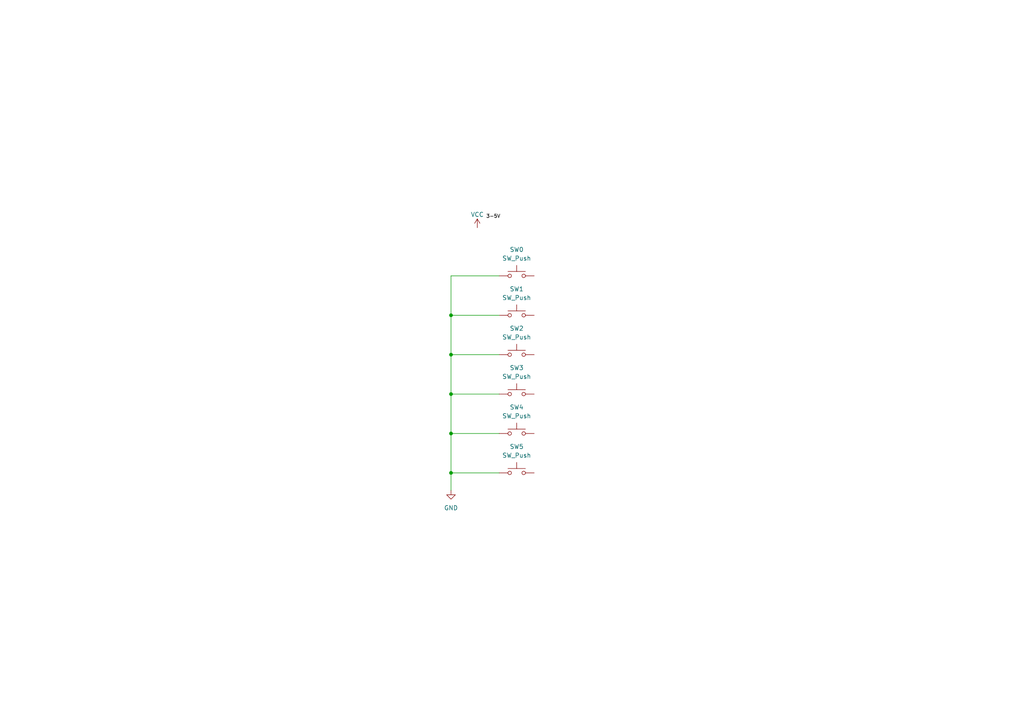
<source format=kicad_sch>
(kicad_sch (version 20211123) (generator eeschema)
  (paper "A4")
  (lib_symbols
    (symbol "Switch:SW_Push" (pin_numbers hide) (pin_names (offset 1.016) hide)
      (property "Reference" "SW" (at 1.27 2.54 0))
      (property "Value" "SW_Push" (at 0 -1.524 0))
      (symbol "SW_Push_0_1"
        (circle (center -2.032 0) (radius 0.508))
        (polyline (pts (xy 0 1.27) (xy 0 3.048)))
        (polyline (pts (xy 2.54 1.27) (xy -2.54 1.27)))
        (circle (center 2.032 0) (radius 0.508))
        (pin passive line (at -5.08 0 0) (length 2.54) (name "1") (number "1"))
        (pin passive line (at 5.08 0 180) (length 2.54) (name "2") (number "2"))
      )
    )
    (symbol "power:GND" (power) (pin_names (offset 0))
      (property "Value" "GND" (at 0 -3.81 0))
      (symbol "GND_0_1"
        (polyline (pts (xy 0 0) (xy 0 -1.27) (xy 1.27 -1.27) (xy 0 -2.54) (xy -1.27 -1.27) (xy 0 -1.27)))
      )
      (symbol "GND_1_1"
        (pin power_in line (at 0 0 270) (length 0) hide (name "GND") (number "1"))
      )
    )
    (symbol "power:VCC" (power) (pin_names (offset 0))
      (property "Value" "VCC" (at 0 3.81 0))
      (symbol "VCC_0_1"
        (polyline (pts (xy -0.762 1.27) (xy 0 2.54)))
        (polyline (pts (xy 0 0) (xy 0 2.54)))
        (polyline (pts (xy 0 2.54) (xy 0.762 1.27)))
      )
      (symbol "VCC_1_1"
        (pin power_in line (at 0 0 90) (length 0) hide (name "VCC") (number "1"))
      )
    )
  )
  (junction (at 130.81 102.87))
  (junction (at 130.81 137.16))
  (junction (at 130.81 114.3))
  (junction (at 130.81 91.44))
  (junction (at 130.81 125.73))
  (wire (pts (xy 130.81 125.73) (xy 144.78 125.73)))
  (wire (pts (xy 130.81 137.16) (xy 144.78 137.16)))
  (wire (pts (xy 130.81 80.01) (xy 144.78 80.01)))
  (wire (pts (xy 130.81 102.87) (xy 144.78 102.87)))
  (wire (pts (xy 130.81 91.44) (xy 144.78 91.44)))
  (wire (pts (xy 130.81 102.87) (xy 130.81 91.44)))
  (wire (pts (xy 130.81 137.16) (xy 130.81 125.73)))
  (wire (pts (xy 130.81 114.3) (xy 130.81 102.87)))
  (wire (pts (xy 130.81 91.44) (xy 130.81 80.01)))
  (wire (pts (xy 130.81 125.73) (xy 130.81 114.3)))
  (wire (pts (xy 130.81 142.24) (xy 130.81 137.16)))
  (wire (pts (xy 130.81 114.3) (xy 144.78 114.3)))
  (label "3-5V" (at 140.97 63.5 0) (effects (font (size 1 1))))
  (symbol (lib_id "Switch:SW_Push") (at 149.86 114.3 0) (unit 1)
    (property "Reference" "SW3" (at 149.86 106.68 0))
    (property "Value" "SW_Push" (at 149.86 109.22 0))
  )
  (symbol (lib_id "Switch:SW_Push") (at 149.86 102.87 0) (unit 1)
    (property "Reference" "SW2" (at 149.86 95.25 0))
    (property "Value" "SW_Push" (at 149.86 97.79 0))
  )
  (symbol (lib_id "Switch:SW_Push") (at 149.86 137.16 0) (unit 1)
    (property "Reference" "SW5" (at 149.86 129.54 0))
    (property "Value" "SW_Push" (at 149.86 132.08 0))
  )
  (symbol (lib_id "Switch:SW_Push") (at 149.86 80.01 0) (unit 1)
    (property "Reference" "SW0" (at 149.86 72.39 0))
    (property "Value" "SW_Push" (at 149.86 74.93 0))
  )
  (symbol (lib_id "Switch:SW_Push") (at 149.86 91.44 0) (unit 1)
    (property "Reference" "SW1" (at 149.86 83.82 0))
    (property "Value" "SW_Push" (at 149.86 86.36 0))
  )
  (symbol (lib_id "power:GND") (at 130.81 142.24 0) (unit 1)
    (property "Reference" "#PWR?" (effects hide))
    (property "Value" "GND" (at 130.81 147.32 0))
  )
  (symbol (lib_id "power:VCC") (at 138.43 66.04 0) (unit 1)
    (property "Reference" "#PWR?" (effects hide))
    (property "Value" "VCC" (at 138.43 62.23 0))
  )
  (symbol (lib_id "Switch:SW_Push") (at 149.86 125.73 0) (unit 1)
    (property "Reference" "SW4" (at 149.86 118.11 0))
    (property "Value" "SW_Push" (at 149.86 120.65 0))
  )
)
</source>
